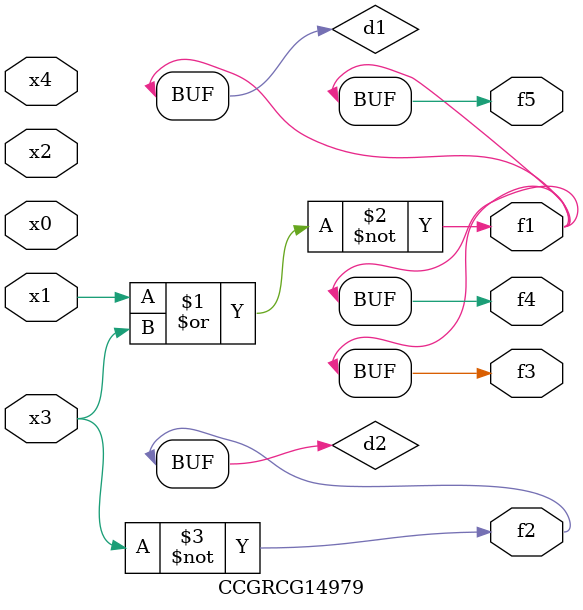
<source format=v>
module CCGRCG14979(
	input x0, x1, x2, x3, x4,
	output f1, f2, f3, f4, f5
);

	wire d1, d2;

	nor (d1, x1, x3);
	not (d2, x3);
	assign f1 = d1;
	assign f2 = d2;
	assign f3 = d1;
	assign f4 = d1;
	assign f5 = d1;
endmodule

</source>
